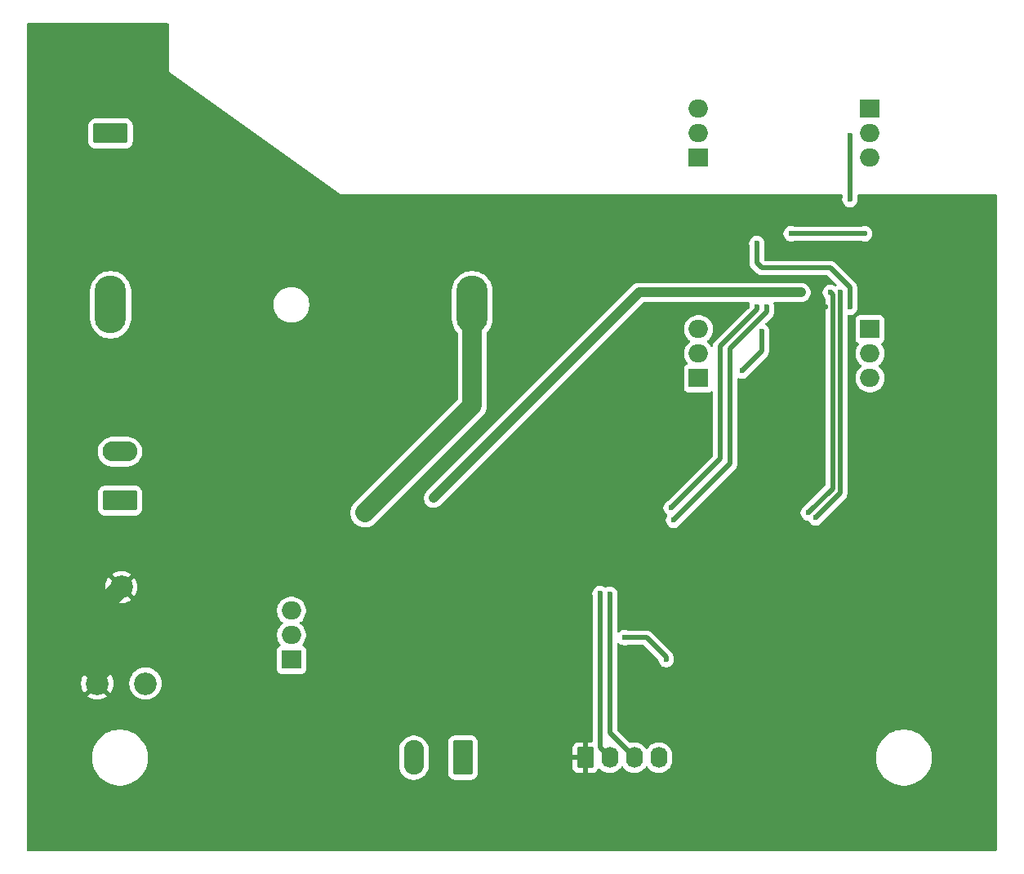
<source format=gbr>
%TF.GenerationSoftware,KiCad,Pcbnew,9.0.3*%
%TF.CreationDate,2025-10-29T18:14:43+01:00*%
%TF.ProjectId,DC_Motor,44435f4d-6f74-46f7-922e-6b696361645f,R.Casas*%
%TF.SameCoordinates,Original*%
%TF.FileFunction,Copper,L2,Bot*%
%TF.FilePolarity,Positive*%
%FSLAX46Y46*%
G04 Gerber Fmt 4.6, Leading zero omitted, Abs format (unit mm)*
G04 Created by KiCad (PCBNEW 9.0.3) date 2025-10-29 18:14:43*
%MOMM*%
%LPD*%
G01*
G04 APERTURE LIST*
G04 Aperture macros list*
%AMRoundRect*
0 Rectangle with rounded corners*
0 $1 Rounding radius*
0 $2 $3 $4 $5 $6 $7 $8 $9 X,Y pos of 4 corners*
0 Add a 4 corners polygon primitive as box body*
4,1,4,$2,$3,$4,$5,$6,$7,$8,$9,$2,$3,0*
0 Add four circle primitives for the rounded corners*
1,1,$1+$1,$2,$3*
1,1,$1+$1,$4,$5*
1,1,$1+$1,$6,$7*
1,1,$1+$1,$8,$9*
0 Add four rect primitives between the rounded corners*
20,1,$1+$1,$2,$3,$4,$5,0*
20,1,$1+$1,$4,$5,$6,$7,0*
20,1,$1+$1,$6,$7,$8,$9,0*
20,1,$1+$1,$8,$9,$2,$3,0*%
G04 Aperture macros list end*
%TA.AperFunction,ComponentPad*%
%ADD10RoundRect,0.249999X1.550001X-0.790001X1.550001X0.790001X-1.550001X0.790001X-1.550001X-0.790001X0*%
%TD*%
%TA.AperFunction,ComponentPad*%
%ADD11O,3.600000X2.080000*%
%TD*%
%TA.AperFunction,ComponentPad*%
%ADD12RoundRect,0.250000X-0.620000X-0.845000X0.620000X-0.845000X0.620000X0.845000X-0.620000X0.845000X0*%
%TD*%
%TA.AperFunction,ComponentPad*%
%ADD13O,1.740000X2.190000*%
%TD*%
%TA.AperFunction,ComponentPad*%
%ADD14R,2.000000X1.905000*%
%TD*%
%TA.AperFunction,ComponentPad*%
%ADD15O,2.000000X1.905000*%
%TD*%
%TA.AperFunction,ComponentPad*%
%ADD16O,3.250000X6.000000*%
%TD*%
%TA.AperFunction,ComponentPad*%
%ADD17C,2.340000*%
%TD*%
%TA.AperFunction,ComponentPad*%
%ADD18RoundRect,0.249999X0.790001X1.550001X-0.790001X1.550001X-0.790001X-1.550001X0.790001X-1.550001X0*%
%TD*%
%TA.AperFunction,ComponentPad*%
%ADD19O,2.080000X3.600000*%
%TD*%
%TA.AperFunction,ViaPad*%
%ADD20C,0.600000*%
%TD*%
%TA.AperFunction,ViaPad*%
%ADD21C,0.800000*%
%TD*%
%TA.AperFunction,Conductor*%
%ADD22C,2.000000*%
%TD*%
%TA.AperFunction,Conductor*%
%ADD23C,1.000000*%
%TD*%
%TA.AperFunction,Conductor*%
%ADD24C,0.500000*%
%TD*%
G04 APERTURE END LIST*
D10*
%TO.P,J101,1,Pin_1*%
%TO.N,L1*%
X90970000Y-96990000D03*
D11*
%TO.P,J101,2,Pin_2*%
%TO.N,L2*%
X90970000Y-91910000D03*
%TD*%
D12*
%TO.P,J102,1,Pin_1*%
%TO.N,GNDREF*%
X139230000Y-123660000D03*
D13*
%TO.P,J102,2,Pin_2*%
%TO.N,SYS_SWCLK*%
X141770000Y-123660000D03*
%TO.P,J102,3,Pin_3*%
%TO.N,SYS_SWDIO*%
X144310000Y-123660000D03*
%TO.P,J102,4,Pin_4*%
%TO.N,+3V3*%
X146850000Y-123660000D03*
%TD*%
D14*
%TO.P,U102,1,ADJ*%
%TO.N,Net-(D103-A)*%
X108750000Y-113500000D03*
D15*
%TO.P,U102,2,VO*%
%TO.N,+3V3*%
X108750000Y-110960000D03*
%TO.P,U102,3,VI*%
%TO.N,+24V*%
X108750000Y-108420000D03*
%TD*%
D16*
%TO.P,F101,1*%
%TO.N,VDD*%
X90000000Y-76670000D03*
%TO.P,F101,2*%
%TO.N,VDD_P*%
X127500000Y-76670000D03*
%TD*%
D14*
%TO.P,Q104,1,G*%
%TO.N,G3*%
X150960000Y-61430000D03*
D15*
%TO.P,Q104,2,D*%
%TO.N,L1*%
X150960000Y-58890000D03*
%TO.P,Q104,3,S*%
%TO.N,GNDREF*%
X150960000Y-56350000D03*
%TD*%
D14*
%TO.P,Q102,1,G*%
%TO.N,G4*%
X168740000Y-56350000D03*
D15*
%TO.P,Q102,2,D*%
%TO.N,L2*%
X168740000Y-58890000D03*
%TO.P,Q102,3,S*%
%TO.N,GNDREF*%
X168740000Y-61430000D03*
%TD*%
D14*
%TO.P,Q101,1,G*%
%TO.N,G2*%
X168740000Y-79210000D03*
D15*
%TO.P,Q101,2,D*%
%TO.N,VDD_P*%
X168740000Y-81750000D03*
%TO.P,Q101,3,S*%
%TO.N,L2*%
X168740000Y-84290000D03*
%TD*%
D17*
%TO.P,RV101,1,1*%
%TO.N,Net-(D103-A)*%
X93620000Y-115960000D03*
%TO.P,RV101,2,2*%
%TO.N,GNDREF*%
X91120000Y-105960000D03*
%TO.P,RV101,3,3*%
X88620000Y-115960000D03*
%TD*%
D14*
%TO.P,Q103,1,G*%
%TO.N,G1*%
X150960000Y-84290000D03*
D15*
%TO.P,Q103,2,D*%
%TO.N,VDD_P*%
X150960000Y-81750000D03*
%TO.P,Q103,3,S*%
%TO.N,L1*%
X150960000Y-79210000D03*
%TD*%
D10*
%TO.P,J103,1,Pin_1*%
%TO.N,VDD*%
X90000000Y-58890000D03*
D11*
%TO.P,J103,2,Pin_2*%
%TO.N,GNDREF*%
X90000000Y-53810000D03*
%TD*%
D18*
%TO.P,J104,1,Pin_1*%
%TO.N,USART1_RX*%
X126530000Y-123660000D03*
D19*
%TO.P,J104,2,Pin_2*%
%TO.N,USART1_TX*%
X121450000Y-123660000D03*
%TD*%
D20*
%TO.N,GNDREF*%
X166662000Y-71336000D03*
X142786000Y-117564000D03*
X158534000Y-71336000D03*
X118910000Y-116548000D03*
X155994000Y-76924000D03*
X127800000Y-114770000D03*
X162090000Y-76924000D03*
X145326000Y-117559475D03*
X137960000Y-111717475D03*
X153962000Y-76924000D03*
X149898000Y-105875475D03*
X164122000Y-76924000D03*
X123990000Y-104356000D03*
X125006000Y-104356000D03*
X133896000Y-112225475D03*
X122974000Y-104356000D03*
D21*
%TO.N,+24V*%
X161582000Y-75400000D03*
X123482000Y-96736000D03*
X151930000Y-75400000D03*
D20*
%TO.N,Net-(U101-NRST)*%
X143294000Y-111209475D03*
X147612000Y-113495475D03*
D21*
%TO.N,VDD_P*%
X116370000Y-98260000D03*
D20*
%TO.N,L2*%
X168186000Y-69304000D03*
X160566000Y-69304000D03*
%TO.N,SYS_SWCLK*%
X140754000Y-106642000D03*
%TO.N,SYS_SWDIO*%
X141770000Y-106692800D03*
%TO.N,Net-(U103-HO)*%
X155486000Y-83528000D03*
X157518000Y-79464000D03*
%TO.N,Net-(U103-LO)*%
X166662000Y-59144000D03*
X166662000Y-65748000D03*
%TO.N,Net-(U104-HO)*%
X166662000Y-76924000D03*
X157010000Y-70320000D03*
%TO.N,LIN1*%
X165646000Y-75400000D03*
X163106000Y-98768000D03*
%TO.N,LIN2*%
X148374000Y-99022000D03*
X158026000Y-76924000D03*
%TO.N,HIN1*%
X162344000Y-98260000D03*
X164630000Y-75400000D03*
%TO.N,HIN2*%
X157010000Y-76924000D03*
X148120000Y-97752000D03*
%TD*%
D22*
%TO.N,GNDREF*%
X88620000Y-108460000D02*
X91120000Y-105960000D01*
X88620000Y-115960000D02*
X88620000Y-108460000D01*
D23*
%TO.N,+24V*%
X151930000Y-75400000D02*
X161582000Y-75400000D01*
X144818000Y-75400000D02*
X151930000Y-75400000D01*
X123482000Y-96736000D02*
X144818000Y-75400000D01*
D24*
%TO.N,Net-(U101-NRST)*%
X147612000Y-113241475D02*
X145580000Y-111209475D01*
X147612000Y-113495475D02*
X147612000Y-113241475D01*
X145580000Y-111209475D02*
X143294000Y-111209475D01*
D22*
%TO.N,VDD_P*%
X127500000Y-87130000D02*
X127500000Y-76670000D01*
X116370000Y-98260000D02*
X127500000Y-87130000D01*
D24*
%TO.N,L2*%
X160566000Y-69304000D02*
X168186000Y-69304000D01*
%TO.N,SYS_SWCLK*%
X140754000Y-122644000D02*
X140754000Y-106642000D01*
X141770000Y-123660000D02*
X140754000Y-122644000D01*
%TO.N,SYS_SWDIO*%
X141770000Y-106743600D02*
X141770000Y-106692800D01*
X141770000Y-121120000D02*
X141770000Y-106743600D01*
X144310000Y-123660000D02*
X141770000Y-121120000D01*
%TO.N,Net-(U103-HO)*%
X157518000Y-79464000D02*
X157518000Y-81496000D01*
X157518000Y-81496000D02*
X155486000Y-83528000D01*
%TO.N,Net-(U103-LO)*%
X166662000Y-65748000D02*
X166662000Y-59144000D01*
%TO.N,Net-(U104-HO)*%
X164630000Y-72860000D02*
X166662000Y-74892000D01*
X166662000Y-76924000D02*
X166662000Y-74892000D01*
X157518000Y-72860000D02*
X164630000Y-72860000D01*
X157010000Y-72352000D02*
X157518000Y-72860000D01*
X157010000Y-70320000D02*
X157010000Y-72352000D01*
%TO.N,LIN1*%
X165646000Y-96228000D02*
X163106000Y-98768000D01*
X165646000Y-75400000D02*
X165646000Y-96228000D01*
%TO.N,LIN2*%
X148374000Y-99022000D02*
X154216000Y-93180000D01*
X154216000Y-81220000D02*
X158026000Y-77410000D01*
X158026000Y-77410000D02*
X158026000Y-76924000D01*
X154216000Y-93180000D02*
X154216000Y-81220000D01*
%TO.N,HIN1*%
X164873000Y-95731000D02*
X162344000Y-98260000D01*
X164873000Y-75643000D02*
X164873000Y-95731000D01*
X164630000Y-75400000D02*
X164873000Y-75643000D01*
%TO.N,HIN2*%
X157010000Y-77178000D02*
X153200000Y-80988000D01*
X153200000Y-80988000D02*
X153200000Y-92672000D01*
X157010000Y-76924000D02*
X157010000Y-77178000D01*
X153200000Y-92672000D02*
X148120000Y-97752000D01*
%TD*%
%TA.AperFunction,Conductor*%
%TO.N,GNDREF*%
G36*
X95993039Y-47479685D02*
G01*
X96038794Y-47532489D01*
X96050000Y-47584000D01*
X96050000Y-52540000D01*
X113830000Y-65240000D01*
X165787500Y-65240000D01*
X165796185Y-65242550D01*
X165805147Y-65241262D01*
X165829187Y-65252240D01*
X165854539Y-65259685D01*
X165860466Y-65266525D01*
X165868703Y-65270287D01*
X165882992Y-65292521D01*
X165900294Y-65312489D01*
X165902581Y-65323003D01*
X165906477Y-65329065D01*
X165911500Y-65364000D01*
X165911500Y-65443396D01*
X165902062Y-65490844D01*
X165892263Y-65514503D01*
X165892262Y-65514506D01*
X165892260Y-65514511D01*
X165861500Y-65669153D01*
X165861500Y-65826846D01*
X165892261Y-65981489D01*
X165892264Y-65981501D01*
X165952602Y-66127172D01*
X165952609Y-66127185D01*
X166040210Y-66258288D01*
X166040213Y-66258292D01*
X166151707Y-66369786D01*
X166151711Y-66369789D01*
X166282814Y-66457390D01*
X166282827Y-66457397D01*
X166428498Y-66517735D01*
X166428503Y-66517737D01*
X166583153Y-66548499D01*
X166583156Y-66548500D01*
X166583158Y-66548500D01*
X166740844Y-66548500D01*
X166740845Y-66548499D01*
X166895497Y-66517737D01*
X167041179Y-66457394D01*
X167172289Y-66369789D01*
X167283789Y-66258289D01*
X167371394Y-66127179D01*
X167431737Y-65981497D01*
X167462500Y-65826842D01*
X167462500Y-65669158D01*
X167462500Y-65669155D01*
X167462499Y-65669153D01*
X167431739Y-65514511D01*
X167431738Y-65514508D01*
X167431737Y-65514503D01*
X167421937Y-65490844D01*
X167420311Y-65482670D01*
X167417523Y-65478331D01*
X167412500Y-65443396D01*
X167412500Y-65364000D01*
X167432185Y-65296961D01*
X167484989Y-65251206D01*
X167536500Y-65240000D01*
X181785500Y-65240000D01*
X181852539Y-65259685D01*
X181898294Y-65312489D01*
X181909500Y-65364000D01*
X181909500Y-133195500D01*
X181889815Y-133262539D01*
X181837011Y-133308294D01*
X181785500Y-133319500D01*
X81434500Y-133319500D01*
X81367461Y-133299815D01*
X81321706Y-133247011D01*
X81310500Y-133195500D01*
X81310500Y-123497106D01*
X88069500Y-123497106D01*
X88069500Y-123822893D01*
X88105974Y-124146604D01*
X88105976Y-124146620D01*
X88178467Y-124464226D01*
X88178471Y-124464238D01*
X88286066Y-124771725D01*
X88427413Y-125065234D01*
X88427415Y-125065237D01*
X88600739Y-125341081D01*
X88803857Y-125595783D01*
X89034217Y-125826143D01*
X89288919Y-126029261D01*
X89564763Y-126202585D01*
X89858278Y-126343935D01*
X90089217Y-126424744D01*
X90165761Y-126451528D01*
X90165773Y-126451532D01*
X90483383Y-126524024D01*
X90807106Y-126560499D01*
X90807107Y-126560500D01*
X90807111Y-126560500D01*
X91132893Y-126560500D01*
X91132893Y-126560499D01*
X91456617Y-126524024D01*
X91774227Y-126451532D01*
X92081722Y-126343935D01*
X92375237Y-126202585D01*
X92651081Y-126029261D01*
X92905783Y-125826143D01*
X93136143Y-125595783D01*
X93339261Y-125341081D01*
X93512585Y-125065237D01*
X93653935Y-124771722D01*
X93761532Y-124464227D01*
X93834024Y-124146617D01*
X93870500Y-123822889D01*
X93870500Y-123497111D01*
X93834024Y-123173383D01*
X93761532Y-122855773D01*
X93734582Y-122778754D01*
X119909500Y-122778754D01*
X119909500Y-124541245D01*
X119947432Y-124780736D01*
X120022360Y-125011344D01*
X120022362Y-125011347D01*
X120129570Y-125221754D01*
X120132448Y-125227401D01*
X120274966Y-125423562D01*
X120274970Y-125423567D01*
X120446432Y-125595029D01*
X120446437Y-125595033D01*
X120561537Y-125678657D01*
X120642602Y-125737554D01*
X120816467Y-125826143D01*
X120858655Y-125847639D01*
X120973959Y-125885103D01*
X121089265Y-125922568D01*
X121200186Y-125940136D01*
X121328755Y-125960500D01*
X121328760Y-125960500D01*
X121571245Y-125960500D01*
X121687347Y-125942110D01*
X121810735Y-125922568D01*
X122041347Y-125847638D01*
X122257398Y-125737554D01*
X122453569Y-125595028D01*
X122625028Y-125423569D01*
X122767554Y-125227398D01*
X122877638Y-125011347D01*
X122952568Y-124780735D01*
X122972110Y-124657347D01*
X122990500Y-124541245D01*
X122990500Y-122778754D01*
X122968432Y-122639431D01*
X122952568Y-122539265D01*
X122903953Y-122389643D01*
X122877639Y-122308655D01*
X122877638Y-122308653D01*
X122767554Y-122092602D01*
X122767553Y-122092600D01*
X122743855Y-122059982D01*
X124989500Y-122059982D01*
X124989500Y-125260017D01*
X125000000Y-125362796D01*
X125055185Y-125529332D01*
X125055186Y-125529335D01*
X125147288Y-125678656D01*
X125271344Y-125802712D01*
X125420665Y-125894814D01*
X125587202Y-125949999D01*
X125689990Y-125960500D01*
X125689995Y-125960500D01*
X127370005Y-125960500D01*
X127370010Y-125960500D01*
X127472798Y-125949999D01*
X127639335Y-125894814D01*
X127788656Y-125802712D01*
X127912712Y-125678656D01*
X128004814Y-125529335D01*
X128059999Y-125362798D01*
X128070500Y-125260010D01*
X128070500Y-122765013D01*
X137860000Y-122765013D01*
X137860000Y-123410000D01*
X138687291Y-123410000D01*
X138675548Y-123430339D01*
X138635000Y-123581667D01*
X138635000Y-123738333D01*
X138675548Y-123889661D01*
X138687291Y-123910000D01*
X137860001Y-123910000D01*
X137860001Y-124554986D01*
X137870494Y-124657697D01*
X137925641Y-124824119D01*
X137925643Y-124824124D01*
X138017684Y-124973345D01*
X138141654Y-125097315D01*
X138290875Y-125189356D01*
X138290880Y-125189358D01*
X138457302Y-125244505D01*
X138457309Y-125244506D01*
X138560019Y-125254999D01*
X138979999Y-125254999D01*
X138980000Y-125254998D01*
X138980000Y-124202709D01*
X139000339Y-124214452D01*
X139151667Y-124255000D01*
X139308333Y-124255000D01*
X139459661Y-124214452D01*
X139480000Y-124202709D01*
X139480000Y-125254999D01*
X139899972Y-125254999D01*
X139899986Y-125254998D01*
X140002697Y-125244505D01*
X140169119Y-125189358D01*
X140169124Y-125189356D01*
X140318345Y-125097315D01*
X140442315Y-124973345D01*
X140534354Y-124824127D01*
X140534745Y-124823289D01*
X140535167Y-124822809D01*
X140538149Y-124817975D01*
X140538974Y-124818484D01*
X140580910Y-124770843D01*
X140648100Y-124751681D01*
X140714984Y-124771887D01*
X140734816Y-124787996D01*
X140877179Y-124930359D01*
X141051701Y-125057157D01*
X141243911Y-125155092D01*
X141449074Y-125221754D01*
X141528973Y-125234408D01*
X141662134Y-125255500D01*
X141662139Y-125255500D01*
X141877866Y-125255500D01*
X141996230Y-125236752D01*
X142090926Y-125221754D01*
X142296089Y-125155092D01*
X142488299Y-125057157D01*
X142662821Y-124930359D01*
X142815359Y-124777821D01*
X142939682Y-124606704D01*
X142995012Y-124564040D01*
X143064626Y-124558061D01*
X143126420Y-124590667D01*
X143140315Y-124606702D01*
X143264641Y-124777821D01*
X143417179Y-124930359D01*
X143591701Y-125057157D01*
X143783911Y-125155092D01*
X143989074Y-125221754D01*
X144068973Y-125234408D01*
X144202134Y-125255500D01*
X144202139Y-125255500D01*
X144417866Y-125255500D01*
X144536230Y-125236752D01*
X144630926Y-125221754D01*
X144836089Y-125155092D01*
X145028299Y-125057157D01*
X145202821Y-124930359D01*
X145355359Y-124777821D01*
X145479682Y-124606704D01*
X145535012Y-124564040D01*
X145604626Y-124558061D01*
X145666420Y-124590667D01*
X145680315Y-124606702D01*
X145804641Y-124777821D01*
X145957179Y-124930359D01*
X146131701Y-125057157D01*
X146323911Y-125155092D01*
X146529074Y-125221754D01*
X146608973Y-125234408D01*
X146742134Y-125255500D01*
X146742139Y-125255500D01*
X146957866Y-125255500D01*
X147076230Y-125236752D01*
X147170926Y-125221754D01*
X147376089Y-125155092D01*
X147568299Y-125057157D01*
X147742821Y-124930359D01*
X147895359Y-124777821D01*
X148022157Y-124603299D01*
X148120092Y-124411089D01*
X148186754Y-124205926D01*
X148201752Y-124111230D01*
X148220500Y-123992866D01*
X148220500Y-123497106D01*
X169349500Y-123497106D01*
X169349500Y-123822893D01*
X169385974Y-124146604D01*
X169385976Y-124146620D01*
X169458467Y-124464226D01*
X169458471Y-124464238D01*
X169566066Y-124771725D01*
X169707413Y-125065234D01*
X169707415Y-125065237D01*
X169880739Y-125341081D01*
X170083857Y-125595783D01*
X170314217Y-125826143D01*
X170568919Y-126029261D01*
X170844763Y-126202585D01*
X171138278Y-126343935D01*
X171369217Y-126424744D01*
X171445761Y-126451528D01*
X171445773Y-126451532D01*
X171763383Y-126524024D01*
X172087106Y-126560499D01*
X172087107Y-126560500D01*
X172087111Y-126560500D01*
X172412893Y-126560500D01*
X172412893Y-126560499D01*
X172736617Y-126524024D01*
X173054227Y-126451532D01*
X173361722Y-126343935D01*
X173655237Y-126202585D01*
X173931081Y-126029261D01*
X174185783Y-125826143D01*
X174416143Y-125595783D01*
X174619261Y-125341081D01*
X174792585Y-125065237D01*
X174933935Y-124771722D01*
X175041532Y-124464227D01*
X175114024Y-124146617D01*
X175150500Y-123822889D01*
X175150500Y-123497111D01*
X175114024Y-123173383D01*
X175041532Y-122855773D01*
X174933935Y-122548278D01*
X174792585Y-122254763D01*
X174619261Y-121978919D01*
X174416143Y-121724217D01*
X174185783Y-121493857D01*
X173931081Y-121290739D01*
X173655237Y-121117415D01*
X173655234Y-121117413D01*
X173361725Y-120976066D01*
X173054238Y-120868471D01*
X173054226Y-120868467D01*
X172736620Y-120795976D01*
X172736604Y-120795974D01*
X172412893Y-120759500D01*
X172412889Y-120759500D01*
X172087111Y-120759500D01*
X172087107Y-120759500D01*
X171763395Y-120795974D01*
X171763379Y-120795976D01*
X171445773Y-120868467D01*
X171445761Y-120868471D01*
X171138274Y-120976066D01*
X170844765Y-121117413D01*
X170568920Y-121290738D01*
X170314217Y-121493856D01*
X170083856Y-121724217D01*
X169880738Y-121978920D01*
X169707413Y-122254765D01*
X169566066Y-122548274D01*
X169458471Y-122855761D01*
X169458467Y-122855773D01*
X169385976Y-123173379D01*
X169385974Y-123173395D01*
X169349500Y-123497106D01*
X148220500Y-123497106D01*
X148220500Y-123327133D01*
X148196149Y-123173395D01*
X148186754Y-123114074D01*
X148120092Y-122908911D01*
X148022157Y-122716701D01*
X147895359Y-122542179D01*
X147742821Y-122389641D01*
X147568299Y-122262843D01*
X147376089Y-122164908D01*
X147170926Y-122098246D01*
X147170924Y-122098245D01*
X147170922Y-122098245D01*
X146957866Y-122064500D01*
X146957861Y-122064500D01*
X146742139Y-122064500D01*
X146742134Y-122064500D01*
X146529077Y-122098245D01*
X146323908Y-122164909D01*
X146131700Y-122262843D01*
X146068649Y-122308653D01*
X145957179Y-122389641D01*
X145957177Y-122389643D01*
X145957176Y-122389643D01*
X145804643Y-122542176D01*
X145804643Y-122542177D01*
X145804641Y-122542179D01*
X145800213Y-122548274D01*
X145680318Y-122713294D01*
X145624988Y-122755959D01*
X145555374Y-122761938D01*
X145493579Y-122729332D01*
X145479682Y-122713294D01*
X145442639Y-122662309D01*
X145355359Y-122542179D01*
X145202821Y-122389641D01*
X145028299Y-122262843D01*
X144836089Y-122164908D01*
X144630926Y-122098246D01*
X144630924Y-122098245D01*
X144630922Y-122098245D01*
X144417866Y-122064500D01*
X144417861Y-122064500D01*
X144202139Y-122064500D01*
X144202134Y-122064500D01*
X143989074Y-122098245D01*
X143925889Y-122118775D01*
X143856048Y-122120769D01*
X143799892Y-122088524D01*
X142556819Y-120845451D01*
X142523334Y-120784128D01*
X142520500Y-120757770D01*
X142520500Y-111867416D01*
X142540185Y-111800377D01*
X142592989Y-111754622D01*
X142662147Y-111744678D01*
X142725703Y-111773703D01*
X142732181Y-111779735D01*
X142783707Y-111831261D01*
X142783711Y-111831264D01*
X142914814Y-111918865D01*
X142914827Y-111918872D01*
X143014060Y-111959975D01*
X143060503Y-111979212D01*
X143215153Y-112009974D01*
X143215156Y-112009975D01*
X143215158Y-112009975D01*
X143372844Y-112009975D01*
X143372845Y-112009974D01*
X143449152Y-111994795D01*
X143527488Y-111979214D01*
X143527489Y-111979213D01*
X143527497Y-111979212D01*
X143551155Y-111969412D01*
X143598604Y-111959975D01*
X145217770Y-111959975D01*
X145284809Y-111979660D01*
X145305451Y-111996294D01*
X146775181Y-113466024D01*
X146808666Y-113527347D01*
X146811500Y-113553705D01*
X146811500Y-113574321D01*
X146842261Y-113728964D01*
X146842264Y-113728976D01*
X146902602Y-113874647D01*
X146902609Y-113874660D01*
X146990210Y-114005763D01*
X146990213Y-114005767D01*
X147101707Y-114117261D01*
X147101711Y-114117264D01*
X147232814Y-114204865D01*
X147232827Y-114204872D01*
X147378498Y-114265210D01*
X147378503Y-114265212D01*
X147503120Y-114290000D01*
X147533153Y-114295974D01*
X147533156Y-114295975D01*
X147533158Y-114295975D01*
X147690844Y-114295975D01*
X147690845Y-114295974D01*
X147845497Y-114265212D01*
X147991179Y-114204869D01*
X148122289Y-114117264D01*
X148233789Y-114005764D01*
X148321394Y-113874654D01*
X148381737Y-113728972D01*
X148412500Y-113574317D01*
X148412500Y-113416633D01*
X148412500Y-113416630D01*
X148412499Y-113416628D01*
X148381739Y-113261986D01*
X148381738Y-113261983D01*
X148381737Y-113261978D01*
X148371937Y-113238319D01*
X148362500Y-113190871D01*
X148362500Y-113167554D01*
X148333659Y-113022567D01*
X148333658Y-113022566D01*
X148333658Y-113022562D01*
X148277084Y-112885980D01*
X148210334Y-112786081D01*
X148194952Y-112763059D01*
X147151657Y-111719764D01*
X146058421Y-110626527D01*
X146058414Y-110626521D01*
X145984729Y-110577287D01*
X145984729Y-110577288D01*
X145935491Y-110544388D01*
X145798917Y-110487818D01*
X145798907Y-110487815D01*
X145653920Y-110458975D01*
X145653918Y-110458975D01*
X143598604Y-110458975D01*
X143551155Y-110449537D01*
X143527497Y-110439738D01*
X143527493Y-110439737D01*
X143527488Y-110439735D01*
X143372845Y-110408975D01*
X143372842Y-110408975D01*
X143215158Y-110408975D01*
X143215155Y-110408975D01*
X143060510Y-110439736D01*
X143060498Y-110439739D01*
X142914827Y-110500077D01*
X142914814Y-110500084D01*
X142783711Y-110587685D01*
X142783707Y-110587688D01*
X142732181Y-110639215D01*
X142670858Y-110672700D01*
X142601166Y-110667716D01*
X142545233Y-110625844D01*
X142520816Y-110560380D01*
X142520500Y-110551534D01*
X142520500Y-106997404D01*
X142529939Y-106949951D01*
X142539737Y-106926297D01*
X142570500Y-106771642D01*
X142570500Y-106613958D01*
X142570500Y-106613955D01*
X142570499Y-106613953D01*
X142554997Y-106536022D01*
X142539737Y-106459303D01*
X142504549Y-106374351D01*
X142479397Y-106313627D01*
X142479390Y-106313614D01*
X142391789Y-106182511D01*
X142391786Y-106182507D01*
X142280292Y-106071013D01*
X142280288Y-106071010D01*
X142149185Y-105983409D01*
X142149172Y-105983402D01*
X142003501Y-105923064D01*
X142003489Y-105923061D01*
X141848845Y-105892300D01*
X141848842Y-105892300D01*
X141691158Y-105892300D01*
X141691155Y-105892300D01*
X141536510Y-105923061D01*
X141536498Y-105923064D01*
X141390828Y-105983402D01*
X141390816Y-105983409D01*
X141368900Y-105998052D01*
X141302222Y-106018927D01*
X141234842Y-106000440D01*
X141231122Y-105998049D01*
X141133185Y-105932609D01*
X141133172Y-105932602D01*
X140987501Y-105872264D01*
X140987489Y-105872261D01*
X140832845Y-105841500D01*
X140832842Y-105841500D01*
X140675158Y-105841500D01*
X140675155Y-105841500D01*
X140520510Y-105872261D01*
X140520498Y-105872264D01*
X140374827Y-105932602D01*
X140374814Y-105932609D01*
X140243711Y-106020210D01*
X140243707Y-106020213D01*
X140132213Y-106131707D01*
X140132210Y-106131711D01*
X140044609Y-106262814D01*
X140044602Y-106262827D01*
X139984264Y-106408498D01*
X139984261Y-106408510D01*
X139953500Y-106563153D01*
X139953500Y-106720846D01*
X139984261Y-106875489D01*
X139984263Y-106875497D01*
X139994061Y-106899151D01*
X140003500Y-106946604D01*
X140003500Y-121941000D01*
X139983815Y-122008039D01*
X139931011Y-122053794D01*
X139879500Y-122065000D01*
X139480000Y-122065000D01*
X139480000Y-123117290D01*
X139459661Y-123105548D01*
X139308333Y-123065000D01*
X139151667Y-123065000D01*
X139000339Y-123105548D01*
X138980000Y-123117290D01*
X138980000Y-122065000D01*
X138560028Y-122065000D01*
X138560012Y-122065001D01*
X138457302Y-122075494D01*
X138290880Y-122130641D01*
X138290875Y-122130643D01*
X138141654Y-122222684D01*
X138017684Y-122346654D01*
X137925643Y-122495875D01*
X137925641Y-122495880D01*
X137870494Y-122662302D01*
X137870493Y-122662309D01*
X137860000Y-122765013D01*
X128070500Y-122765013D01*
X128070500Y-122059990D01*
X128059999Y-121957202D01*
X128004814Y-121790665D01*
X127912712Y-121641344D01*
X127788656Y-121517288D01*
X127639335Y-121425186D01*
X127472798Y-121370001D01*
X127472796Y-121370000D01*
X127370017Y-121359500D01*
X127370010Y-121359500D01*
X125689990Y-121359500D01*
X125689982Y-121359500D01*
X125587203Y-121370000D01*
X125587202Y-121370001D01*
X125504669Y-121397349D01*
X125420667Y-121425185D01*
X125420662Y-121425187D01*
X125271342Y-121517289D01*
X125147289Y-121641342D01*
X125055187Y-121790662D01*
X125055186Y-121790665D01*
X125000001Y-121957202D01*
X125000001Y-121957203D01*
X125000000Y-121957203D01*
X124989500Y-122059982D01*
X122743855Y-122059982D01*
X122625033Y-121896437D01*
X122625029Y-121896432D01*
X122453567Y-121724970D01*
X122453562Y-121724966D01*
X122257401Y-121582448D01*
X122257400Y-121582447D01*
X122257398Y-121582446D01*
X122129519Y-121517288D01*
X122041344Y-121472360D01*
X121810736Y-121397432D01*
X121571245Y-121359500D01*
X121571240Y-121359500D01*
X121328760Y-121359500D01*
X121328755Y-121359500D01*
X121089263Y-121397432D01*
X120858655Y-121472360D01*
X120642598Y-121582448D01*
X120446437Y-121724966D01*
X120446432Y-121724970D01*
X120274970Y-121896432D01*
X120274966Y-121896437D01*
X120132448Y-122092598D01*
X120022360Y-122308655D01*
X119947432Y-122539263D01*
X119909500Y-122778754D01*
X93734582Y-122778754D01*
X93717288Y-122729332D01*
X93693836Y-122662309D01*
X93653935Y-122548278D01*
X93512585Y-122254763D01*
X93339261Y-121978919D01*
X93136143Y-121724217D01*
X92905783Y-121493857D01*
X92651081Y-121290739D01*
X92375237Y-121117415D01*
X92375234Y-121117413D01*
X92081725Y-120976066D01*
X91774238Y-120868471D01*
X91774226Y-120868467D01*
X91456620Y-120795976D01*
X91456604Y-120795974D01*
X91132893Y-120759500D01*
X91132889Y-120759500D01*
X90807111Y-120759500D01*
X90807107Y-120759500D01*
X90483395Y-120795974D01*
X90483379Y-120795976D01*
X90165773Y-120868467D01*
X90165761Y-120868471D01*
X89858274Y-120976066D01*
X89564765Y-121117413D01*
X89288920Y-121290738D01*
X89034217Y-121493856D01*
X88803856Y-121724217D01*
X88600738Y-121978920D01*
X88427413Y-122254765D01*
X88286066Y-122548274D01*
X88178471Y-122855761D01*
X88178467Y-122855773D01*
X88105976Y-123173379D01*
X88105974Y-123173395D01*
X88069500Y-123497106D01*
X81310500Y-123497106D01*
X81310500Y-115850548D01*
X86950000Y-115850548D01*
X86950000Y-116069451D01*
X86950001Y-116069467D01*
X86978573Y-116286496D01*
X87035234Y-116497956D01*
X87119004Y-116700198D01*
X87119012Y-116700214D01*
X87228460Y-116889782D01*
X87228466Y-116889790D01*
X87275438Y-116951007D01*
X88018958Y-116207487D01*
X88043978Y-116267890D01*
X88115112Y-116374351D01*
X88205649Y-116464888D01*
X88312110Y-116536022D01*
X88372511Y-116561041D01*
X87628991Y-117304560D01*
X87628991Y-117304561D01*
X87690200Y-117351527D01*
X87690208Y-117351532D01*
X87879792Y-117460990D01*
X87879801Y-117460995D01*
X88082043Y-117544765D01*
X88293503Y-117601426D01*
X88510532Y-117629998D01*
X88510549Y-117630000D01*
X88729451Y-117630000D01*
X88729467Y-117629998D01*
X88946496Y-117601426D01*
X89157956Y-117544765D01*
X89360198Y-117460995D01*
X89360214Y-117460987D01*
X89549785Y-117351537D01*
X89549793Y-117351531D01*
X89611007Y-117304560D01*
X88867488Y-116561041D01*
X88927890Y-116536022D01*
X89034351Y-116464888D01*
X89124888Y-116374351D01*
X89196022Y-116267890D01*
X89221041Y-116207488D01*
X89964560Y-116951007D01*
X90011531Y-116889793D01*
X90011537Y-116889785D01*
X90120987Y-116700214D01*
X90120995Y-116700198D01*
X90204765Y-116497956D01*
X90261426Y-116286496D01*
X90289998Y-116069467D01*
X90290000Y-116069451D01*
X90290000Y-115850540D01*
X90289995Y-115850502D01*
X91949500Y-115850502D01*
X91949500Y-116069497D01*
X91960046Y-116149598D01*
X91978083Y-116286598D01*
X91978084Y-116286600D01*
X92034715Y-116497956D01*
X92034759Y-116498117D01*
X92118560Y-116700428D01*
X92118562Y-116700433D01*
X92118565Y-116700438D01*
X92228049Y-116890070D01*
X92361355Y-117063798D01*
X92361361Y-117063805D01*
X92516194Y-117218638D01*
X92516201Y-117218644D01*
X92689929Y-117351950D01*
X92879561Y-117461434D01*
X92879563Y-117461434D01*
X92879572Y-117461440D01*
X93081883Y-117545241D01*
X93293402Y-117601917D01*
X93510510Y-117630500D01*
X93510517Y-117630500D01*
X93729483Y-117630500D01*
X93729490Y-117630500D01*
X93946598Y-117601917D01*
X94158117Y-117545241D01*
X94360428Y-117461440D01*
X94550071Y-117351950D01*
X94723800Y-117218643D01*
X94878643Y-117063800D01*
X95011950Y-116890071D01*
X95121440Y-116700428D01*
X95205241Y-116498117D01*
X95261917Y-116286598D01*
X95290500Y-116069490D01*
X95290500Y-115850510D01*
X95261917Y-115633402D01*
X95205241Y-115421883D01*
X95121440Y-115219572D01*
X95011950Y-115029929D01*
X94952919Y-114952998D01*
X94878644Y-114856201D01*
X94878638Y-114856194D01*
X94723805Y-114701361D01*
X94723798Y-114701355D01*
X94550070Y-114568049D01*
X94360438Y-114458565D01*
X94360433Y-114458562D01*
X94360428Y-114458560D01*
X94158117Y-114374759D01*
X94158118Y-114374759D01*
X94158115Y-114374758D01*
X94052357Y-114346421D01*
X93946598Y-114318083D01*
X93910314Y-114313306D01*
X93729497Y-114289500D01*
X93729490Y-114289500D01*
X93510510Y-114289500D01*
X93510502Y-114289500D01*
X93303853Y-114316707D01*
X93293402Y-114318083D01*
X93248699Y-114330060D01*
X93081884Y-114374758D01*
X92963374Y-114423847D01*
X92879572Y-114458560D01*
X92879569Y-114458561D01*
X92879561Y-114458565D01*
X92689929Y-114568049D01*
X92516201Y-114701355D01*
X92516194Y-114701361D01*
X92361361Y-114856194D01*
X92361355Y-114856201D01*
X92228049Y-115029929D01*
X92118565Y-115219561D01*
X92118561Y-115219569D01*
X92118560Y-115219572D01*
X92083847Y-115303374D01*
X92034758Y-115421884D01*
X91978084Y-115633399D01*
X91978082Y-115633410D01*
X91949500Y-115850502D01*
X90289995Y-115850502D01*
X90261426Y-115633503D01*
X90204765Y-115422043D01*
X90120995Y-115219801D01*
X90120990Y-115219792D01*
X90011532Y-115030208D01*
X90011527Y-115030200D01*
X89964560Y-114968991D01*
X89221041Y-115712510D01*
X89196022Y-115652110D01*
X89124888Y-115545649D01*
X89034351Y-115455112D01*
X88927890Y-115383978D01*
X88867487Y-115358957D01*
X89611007Y-114615438D01*
X89611007Y-114615437D01*
X89549790Y-114568466D01*
X89549782Y-114568460D01*
X89360214Y-114459012D01*
X89360198Y-114459004D01*
X89157956Y-114375234D01*
X88946496Y-114318573D01*
X88729467Y-114290001D01*
X88729451Y-114290000D01*
X88510549Y-114290000D01*
X88510532Y-114290001D01*
X88293503Y-114318573D01*
X88082043Y-114375234D01*
X87879801Y-114459004D01*
X87879785Y-114459012D01*
X87690215Y-114568461D01*
X87690200Y-114568471D01*
X87628990Y-114615438D01*
X88372511Y-115358958D01*
X88312110Y-115383978D01*
X88205649Y-115455112D01*
X88115112Y-115545649D01*
X88043978Y-115652110D01*
X88018958Y-115712511D01*
X87275438Y-114968990D01*
X87228471Y-115030200D01*
X87228461Y-115030215D01*
X87119012Y-115219785D01*
X87119004Y-115219801D01*
X87035234Y-115422043D01*
X86978573Y-115633503D01*
X86950001Y-115850532D01*
X86950000Y-115850548D01*
X81310500Y-115850548D01*
X81310500Y-108305646D01*
X107249500Y-108305646D01*
X107249500Y-108534353D01*
X107285278Y-108760246D01*
X107285278Y-108760249D01*
X107355950Y-108977755D01*
X107355952Y-108977758D01*
X107459783Y-109181538D01*
X107594214Y-109366566D01*
X107755934Y-109528286D01*
X107825423Y-109578773D01*
X107840438Y-109589682D01*
X107883103Y-109645013D01*
X107889082Y-109714626D01*
X107856476Y-109776421D01*
X107840438Y-109790318D01*
X107755932Y-109851715D01*
X107594216Y-110013431D01*
X107594216Y-110013432D01*
X107594214Y-110013434D01*
X107536480Y-110092896D01*
X107459783Y-110198461D01*
X107355950Y-110402244D01*
X107285278Y-110619750D01*
X107285278Y-110619753D01*
X107249500Y-110845646D01*
X107249500Y-111074353D01*
X107285278Y-111300246D01*
X107285278Y-111300249D01*
X107355950Y-111517755D01*
X107355952Y-111517758D01*
X107459783Y-111721538D01*
X107592525Y-111904242D01*
X107616005Y-111970046D01*
X107600180Y-112038100D01*
X107550074Y-112086795D01*
X107535541Y-112093308D01*
X107507670Y-112103703D01*
X107507664Y-112103706D01*
X107392455Y-112189952D01*
X107392452Y-112189955D01*
X107306206Y-112305164D01*
X107306202Y-112305171D01*
X107255908Y-112440017D01*
X107249501Y-112499616D01*
X107249501Y-112499623D01*
X107249500Y-112499635D01*
X107249500Y-114500370D01*
X107249501Y-114500376D01*
X107255908Y-114559983D01*
X107306202Y-114694828D01*
X107306206Y-114694835D01*
X107392452Y-114810044D01*
X107392455Y-114810047D01*
X107507664Y-114896293D01*
X107507671Y-114896297D01*
X107642517Y-114946591D01*
X107642516Y-114946591D01*
X107649444Y-114947335D01*
X107702127Y-114953000D01*
X109797872Y-114952999D01*
X109857483Y-114946591D01*
X109992331Y-114896296D01*
X110107546Y-114810046D01*
X110193796Y-114694831D01*
X110244091Y-114559983D01*
X110250500Y-114500373D01*
X110250499Y-112499628D01*
X110244091Y-112440017D01*
X110193796Y-112305169D01*
X110193795Y-112305168D01*
X110193793Y-112305164D01*
X110107547Y-112189955D01*
X110107544Y-112189952D01*
X109992335Y-112103706D01*
X109992328Y-112103702D01*
X109964459Y-112093308D01*
X109908525Y-112051437D01*
X109884108Y-111985973D01*
X109898960Y-111917700D01*
X109907460Y-111904260D01*
X110040217Y-111721538D01*
X110144048Y-111517758D01*
X110214722Y-111300245D01*
X110250500Y-111074354D01*
X110250500Y-110845646D01*
X110214722Y-110619755D01*
X110214721Y-110619751D01*
X110214721Y-110619750D01*
X110144049Y-110402244D01*
X110040216Y-110198461D01*
X109905786Y-110013434D01*
X109744066Y-109851714D01*
X109659559Y-109790316D01*
X109616896Y-109734988D01*
X109610917Y-109665375D01*
X109643523Y-109603580D01*
X109659556Y-109589685D01*
X109744066Y-109528286D01*
X109905786Y-109366566D01*
X110040217Y-109181538D01*
X110144048Y-108977758D01*
X110214722Y-108760245D01*
X110250500Y-108534354D01*
X110250500Y-108305646D01*
X110214722Y-108079755D01*
X110214721Y-108079751D01*
X110214721Y-108079750D01*
X110144049Y-107862244D01*
X110040216Y-107658461D01*
X110019538Y-107630000D01*
X109905786Y-107473434D01*
X109744066Y-107311714D01*
X109559038Y-107177283D01*
X109355255Y-107073450D01*
X109137748Y-107002778D01*
X108948088Y-106972739D01*
X108911854Y-106967000D01*
X108588146Y-106967000D01*
X108551912Y-106972739D01*
X108362253Y-107002778D01*
X108362250Y-107002778D01*
X108144744Y-107073450D01*
X107940961Y-107177283D01*
X107835396Y-107253980D01*
X107755934Y-107311714D01*
X107755932Y-107311716D01*
X107755931Y-107311716D01*
X107594216Y-107473431D01*
X107594216Y-107473432D01*
X107594214Y-107473434D01*
X107542389Y-107544765D01*
X107459783Y-107658461D01*
X107355950Y-107862244D01*
X107285278Y-108079750D01*
X107285278Y-108079753D01*
X107249500Y-108305646D01*
X81310500Y-108305646D01*
X81310500Y-105850548D01*
X89450000Y-105850548D01*
X89450000Y-106069451D01*
X89450001Y-106069467D01*
X89478573Y-106286496D01*
X89535234Y-106497956D01*
X89619004Y-106700198D01*
X89619012Y-106700214D01*
X89728460Y-106889782D01*
X89728466Y-106889790D01*
X89775438Y-106951007D01*
X90518958Y-106207487D01*
X90543978Y-106267890D01*
X90615112Y-106374351D01*
X90705649Y-106464888D01*
X90812110Y-106536022D01*
X90872511Y-106561041D01*
X90128991Y-107304560D01*
X90128991Y-107304561D01*
X90190200Y-107351527D01*
X90190208Y-107351532D01*
X90379792Y-107460990D01*
X90379801Y-107460995D01*
X90582043Y-107544765D01*
X90793503Y-107601426D01*
X91010532Y-107629998D01*
X91010549Y-107630000D01*
X91229451Y-107630000D01*
X91229467Y-107629998D01*
X91446496Y-107601426D01*
X91657956Y-107544765D01*
X91860198Y-107460995D01*
X91860214Y-107460987D01*
X92049785Y-107351537D01*
X92049793Y-107351531D01*
X92111007Y-107304560D01*
X91367488Y-106561041D01*
X91427890Y-106536022D01*
X91534351Y-106464888D01*
X91624888Y-106374351D01*
X91696022Y-106267890D01*
X91721041Y-106207488D01*
X92464560Y-106951007D01*
X92511531Y-106889793D01*
X92511537Y-106889785D01*
X92620987Y-106700214D01*
X92620995Y-106700198D01*
X92704765Y-106497956D01*
X92761426Y-106286496D01*
X92789998Y-106069467D01*
X92790000Y-106069451D01*
X92790000Y-105850548D01*
X92789998Y-105850532D01*
X92761426Y-105633503D01*
X92704765Y-105422043D01*
X92620995Y-105219801D01*
X92620990Y-105219792D01*
X92511532Y-105030208D01*
X92511527Y-105030200D01*
X92464560Y-104968991D01*
X91721041Y-105712510D01*
X91696022Y-105652110D01*
X91624888Y-105545649D01*
X91534351Y-105455112D01*
X91427890Y-105383978D01*
X91367487Y-105358957D01*
X92111007Y-104615438D01*
X92111007Y-104615437D01*
X92049790Y-104568466D01*
X92049782Y-104568460D01*
X91860214Y-104459012D01*
X91860198Y-104459004D01*
X91657956Y-104375234D01*
X91446496Y-104318573D01*
X91229467Y-104290001D01*
X91229451Y-104290000D01*
X91010549Y-104290000D01*
X91010532Y-104290001D01*
X90793503Y-104318573D01*
X90582043Y-104375234D01*
X90379801Y-104459004D01*
X90379785Y-104459012D01*
X90190215Y-104568461D01*
X90190200Y-104568471D01*
X90128990Y-104615438D01*
X90872511Y-105358958D01*
X90812110Y-105383978D01*
X90705649Y-105455112D01*
X90615112Y-105545649D01*
X90543978Y-105652110D01*
X90518958Y-105712511D01*
X89775438Y-104968990D01*
X89728471Y-105030200D01*
X89728461Y-105030215D01*
X89619012Y-105219785D01*
X89619004Y-105219801D01*
X89535234Y-105422043D01*
X89478573Y-105633503D01*
X89450001Y-105850532D01*
X89450000Y-105850548D01*
X81310500Y-105850548D01*
X81310500Y-96149982D01*
X88669500Y-96149982D01*
X88669500Y-97830017D01*
X88680000Y-97932796D01*
X88735185Y-98099332D01*
X88735187Y-98099337D01*
X88761445Y-98141908D01*
X88827288Y-98248656D01*
X88951344Y-98372712D01*
X89100665Y-98464814D01*
X89267202Y-98519999D01*
X89369990Y-98530500D01*
X89369995Y-98530500D01*
X92570005Y-98530500D01*
X92570010Y-98530500D01*
X92672798Y-98519999D01*
X92839335Y-98464814D01*
X92988656Y-98372712D01*
X93112712Y-98248656D01*
X93178558Y-98141902D01*
X114869500Y-98141902D01*
X114869500Y-98378097D01*
X114906446Y-98611368D01*
X114979433Y-98835996D01*
X115047401Y-98969390D01*
X115086657Y-99046434D01*
X115225483Y-99237510D01*
X115392490Y-99404517D01*
X115583566Y-99543343D01*
X115632938Y-99568499D01*
X115794003Y-99650566D01*
X115794005Y-99650566D01*
X115794008Y-99650568D01*
X115914412Y-99689689D01*
X116018631Y-99723553D01*
X116251903Y-99760500D01*
X116251908Y-99760500D01*
X116488097Y-99760500D01*
X116721368Y-99723553D01*
X116945992Y-99650568D01*
X117156434Y-99543343D01*
X117347510Y-99404517D01*
X120114572Y-96637455D01*
X122481500Y-96637455D01*
X122481500Y-96834544D01*
X122519947Y-97027828D01*
X122519949Y-97027836D01*
X122595367Y-97209910D01*
X122595372Y-97209920D01*
X122704860Y-97373780D01*
X122704863Y-97373784D01*
X122844215Y-97513136D01*
X122844219Y-97513139D01*
X123008079Y-97622627D01*
X123008083Y-97622629D01*
X123008086Y-97622631D01*
X123190164Y-97698051D01*
X123383455Y-97736499D01*
X123383458Y-97736500D01*
X123383460Y-97736500D01*
X123580542Y-97736500D01*
X123580543Y-97736499D01*
X123773836Y-97698051D01*
X123955914Y-97622631D01*
X124119781Y-97513139D01*
X145196102Y-76436819D01*
X145257425Y-76403334D01*
X145283783Y-76400500D01*
X151831459Y-76400500D01*
X156174807Y-76400500D01*
X156241846Y-76420185D01*
X156287601Y-76472989D01*
X156297545Y-76542147D01*
X156289368Y-76571953D01*
X156240263Y-76690502D01*
X156240261Y-76690510D01*
X156209500Y-76845153D01*
X156209500Y-76865769D01*
X156189815Y-76932808D01*
X156173181Y-76953450D01*
X152617050Y-80509580D01*
X152617044Y-80509588D01*
X152567812Y-80583268D01*
X152567813Y-80583269D01*
X152534921Y-80632496D01*
X152534914Y-80632508D01*
X152478342Y-80769086D01*
X152478340Y-80769092D01*
X152450357Y-80909770D01*
X152417972Y-80971681D01*
X152357256Y-81006255D01*
X152287486Y-81002514D01*
X152230815Y-80961648D01*
X152228422Y-80958464D01*
X152115786Y-80803434D01*
X151954066Y-80641714D01*
X151869559Y-80580316D01*
X151826896Y-80524988D01*
X151820917Y-80455375D01*
X151853523Y-80393580D01*
X151869556Y-80379685D01*
X151954066Y-80318286D01*
X152115786Y-80156566D01*
X152250217Y-79971538D01*
X152354048Y-79767758D01*
X152365020Y-79733989D01*
X152424721Y-79550249D01*
X152424721Y-79550248D01*
X152424722Y-79550245D01*
X152460500Y-79324354D01*
X152460500Y-79095646D01*
X152424722Y-78869755D01*
X152424721Y-78869751D01*
X152424721Y-78869750D01*
X152354049Y-78652244D01*
X152286922Y-78520500D01*
X152250217Y-78448462D01*
X152115786Y-78263434D01*
X151954066Y-78101714D01*
X151769038Y-77967283D01*
X151565255Y-77863450D01*
X151347748Y-77792778D01*
X151162312Y-77763408D01*
X151121854Y-77757000D01*
X150798146Y-77757000D01*
X150722849Y-77768926D01*
X150572253Y-77792778D01*
X150572250Y-77792778D01*
X150354744Y-77863450D01*
X150150961Y-77967283D01*
X150085050Y-78015171D01*
X149965934Y-78101714D01*
X149965932Y-78101716D01*
X149965931Y-78101716D01*
X149804216Y-78263431D01*
X149804216Y-78263432D01*
X149804214Y-78263434D01*
X149753507Y-78333226D01*
X149669783Y-78448461D01*
X149565950Y-78652244D01*
X149495278Y-78869750D01*
X149495278Y-78869753D01*
X149459500Y-79095646D01*
X149459500Y-79324353D01*
X149495278Y-79550246D01*
X149495278Y-79550249D01*
X149565950Y-79767755D01*
X149637441Y-79908063D01*
X149669783Y-79971538D01*
X149804214Y-80156566D01*
X149965934Y-80318286D01*
X150035423Y-80368773D01*
X150050438Y-80379682D01*
X150093103Y-80435013D01*
X150099082Y-80504626D01*
X150066476Y-80566421D01*
X150050438Y-80580318D01*
X149965932Y-80641715D01*
X149804216Y-80803431D01*
X149804216Y-80803432D01*
X149804214Y-80803434D01*
X149802525Y-80805759D01*
X149669783Y-80988461D01*
X149565950Y-81192244D01*
X149495278Y-81409750D01*
X149495278Y-81409753D01*
X149459500Y-81635646D01*
X149459500Y-81864353D01*
X149495278Y-82090246D01*
X149495278Y-82090249D01*
X149565950Y-82307755D01*
X149565952Y-82307758D01*
X149669783Y-82511538D01*
X149802525Y-82694242D01*
X149826005Y-82760046D01*
X149810180Y-82828100D01*
X149760074Y-82876795D01*
X149745541Y-82883308D01*
X149717670Y-82893703D01*
X149717664Y-82893706D01*
X149602455Y-82979952D01*
X149602452Y-82979955D01*
X149516206Y-83095164D01*
X149516202Y-83095171D01*
X149465908Y-83230017D01*
X149459501Y-83289616D01*
X149459500Y-83289635D01*
X149459500Y-85290370D01*
X149459501Y-85290376D01*
X149465908Y-85349983D01*
X149516202Y-85484828D01*
X149516206Y-85484835D01*
X149602452Y-85600044D01*
X149602455Y-85600047D01*
X149717664Y-85686293D01*
X149717671Y-85686297D01*
X149852517Y-85736591D01*
X149852516Y-85736591D01*
X149859444Y-85737335D01*
X149912127Y-85743000D01*
X152007872Y-85742999D01*
X152067483Y-85736591D01*
X152202331Y-85686296D01*
X152251189Y-85649720D01*
X152316652Y-85625303D01*
X152384925Y-85640154D01*
X152434331Y-85689558D01*
X152449500Y-85748987D01*
X152449500Y-92309769D01*
X152429815Y-92376808D01*
X152413181Y-92397450D01*
X147804703Y-97005927D01*
X147764480Y-97032805D01*
X147740819Y-97042606D01*
X147740818Y-97042607D01*
X147609715Y-97130207D01*
X147609707Y-97130213D01*
X147498213Y-97241707D01*
X147498210Y-97241711D01*
X147410609Y-97372814D01*
X147410602Y-97372827D01*
X147350264Y-97518498D01*
X147350261Y-97518510D01*
X147319500Y-97673153D01*
X147319500Y-97830846D01*
X147350261Y-97985489D01*
X147350264Y-97985501D01*
X147410602Y-98131172D01*
X147410609Y-98131185D01*
X147498210Y-98262288D01*
X147498213Y-98262292D01*
X147609708Y-98373787D01*
X147609711Y-98373789D01*
X147668835Y-98413294D01*
X147713641Y-98466907D01*
X147722348Y-98536231D01*
X147703048Y-98585287D01*
X147664608Y-98642816D01*
X147664602Y-98642827D01*
X147604264Y-98788498D01*
X147604261Y-98788510D01*
X147573500Y-98943153D01*
X147573500Y-99100846D01*
X147604261Y-99255489D01*
X147604264Y-99255501D01*
X147664602Y-99401172D01*
X147664609Y-99401185D01*
X147752210Y-99532288D01*
X147752213Y-99532292D01*
X147863707Y-99643786D01*
X147863711Y-99643789D01*
X147994814Y-99731390D01*
X147994827Y-99731397D01*
X148140498Y-99791735D01*
X148140503Y-99791737D01*
X148295153Y-99822499D01*
X148295156Y-99822500D01*
X148295158Y-99822500D01*
X148452844Y-99822500D01*
X148452845Y-99822499D01*
X148607497Y-99791737D01*
X148753179Y-99731394D01*
X148884289Y-99643789D01*
X148995789Y-99532289D01*
X149083394Y-99401179D01*
X149093191Y-99377524D01*
X149120069Y-99337297D01*
X154798952Y-93658415D01*
X154826205Y-93617627D01*
X154881084Y-93535495D01*
X154932002Y-93412568D01*
X154932003Y-93412567D01*
X154933658Y-93408569D01*
X154937659Y-93398912D01*
X154960763Y-93282759D01*
X154966500Y-93253918D01*
X154966500Y-84364850D01*
X154986185Y-84297811D01*
X155038989Y-84252056D01*
X155108147Y-84242112D01*
X155137952Y-84250289D01*
X155142218Y-84252056D01*
X155252503Y-84297737D01*
X155407153Y-84328499D01*
X155407156Y-84328500D01*
X155407158Y-84328500D01*
X155564844Y-84328500D01*
X155564845Y-84328499D01*
X155719497Y-84297737D01*
X155865179Y-84237394D01*
X155996289Y-84149789D01*
X156107789Y-84038289D01*
X156195394Y-83907179D01*
X156205191Y-83883524D01*
X156232069Y-83843297D01*
X158100952Y-81974416D01*
X158150186Y-81900729D01*
X158183084Y-81851495D01*
X158239658Y-81714913D01*
X158268500Y-81569918D01*
X158268500Y-79768604D01*
X158277939Y-79721151D01*
X158287737Y-79697497D01*
X158318500Y-79542842D01*
X158318500Y-79385158D01*
X158318500Y-79385155D01*
X158318499Y-79385153D01*
X158287738Y-79230510D01*
X158287737Y-79230503D01*
X158231878Y-79095646D01*
X158227397Y-79084827D01*
X158227390Y-79084814D01*
X158139789Y-78953711D01*
X158139786Y-78953707D01*
X158028292Y-78842213D01*
X158028288Y-78842210D01*
X157930241Y-78776697D01*
X157885436Y-78723085D01*
X157876729Y-78653760D01*
X157906883Y-78590732D01*
X157911429Y-78585936D01*
X158608952Y-77888415D01*
X158672854Y-77792778D01*
X158691084Y-77765495D01*
X158711698Y-77715728D01*
X158720807Y-77693738D01*
X158728671Y-77674750D01*
X158747659Y-77628912D01*
X158764193Y-77545789D01*
X158771918Y-77506953D01*
X158771918Y-77506949D01*
X158775248Y-77490214D01*
X158776500Y-77483918D01*
X158776500Y-77228604D01*
X158785939Y-77181151D01*
X158795737Y-77157497D01*
X158826500Y-77002842D01*
X158826500Y-76845158D01*
X158826500Y-76845155D01*
X158826499Y-76845153D01*
X158795737Y-76690503D01*
X158746631Y-76571951D01*
X158739163Y-76502483D01*
X158770438Y-76440004D01*
X158830527Y-76404352D01*
X158861193Y-76400500D01*
X161680543Y-76400500D01*
X161810582Y-76374632D01*
X161873835Y-76362051D01*
X162055914Y-76286632D01*
X162219782Y-76177139D01*
X162359139Y-76037782D01*
X162468632Y-75873914D01*
X162478627Y-75849785D01*
X162544049Y-75691839D01*
X162544051Y-75691835D01*
X162582500Y-75498541D01*
X162582500Y-75301459D01*
X162582500Y-75301456D01*
X162544052Y-75108170D01*
X162544051Y-75108169D01*
X162544051Y-75108165D01*
X162507872Y-75020821D01*
X162468635Y-74926092D01*
X162468628Y-74926079D01*
X162359139Y-74762218D01*
X162359136Y-74762214D01*
X162219785Y-74622863D01*
X162219781Y-74622860D01*
X162055920Y-74513371D01*
X162055907Y-74513364D01*
X161873839Y-74437950D01*
X161873829Y-74437947D01*
X161680543Y-74399500D01*
X161680541Y-74399500D01*
X152028541Y-74399500D01*
X144922675Y-74399500D01*
X144922655Y-74399499D01*
X144916541Y-74399499D01*
X144719460Y-74399499D01*
X144719457Y-74399499D01*
X144526172Y-74437946D01*
X144526164Y-74437948D01*
X144344088Y-74513366D01*
X144344079Y-74513371D01*
X144180219Y-74622859D01*
X144180215Y-74622862D01*
X122704863Y-96098215D01*
X122704860Y-96098219D01*
X122595372Y-96262079D01*
X122595367Y-96262089D01*
X122519949Y-96444163D01*
X122519948Y-96444167D01*
X122481500Y-96637455D01*
X120114572Y-96637455D01*
X128644517Y-88107510D01*
X128783343Y-87916434D01*
X128890568Y-87705992D01*
X128963553Y-87481368D01*
X129000500Y-87248097D01*
X129000500Y-79601774D01*
X129020185Y-79534735D01*
X129036814Y-79514097D01*
X129101465Y-79449447D01*
X129271081Y-79228398D01*
X129410394Y-78987102D01*
X129517019Y-78729686D01*
X129589132Y-78460554D01*
X129625500Y-78184313D01*
X129625500Y-75155687D01*
X129589132Y-74879446D01*
X129517019Y-74610314D01*
X129410394Y-74352898D01*
X129410392Y-74352895D01*
X129410390Y-74352890D01*
X129271085Y-74111609D01*
X129271081Y-74111602D01*
X129101465Y-73890553D01*
X129101460Y-73890547D01*
X128904452Y-73693539D01*
X128904445Y-73693533D01*
X128683406Y-73523925D01*
X128683404Y-73523923D01*
X128683398Y-73523919D01*
X128683393Y-73523916D01*
X128683390Y-73523914D01*
X128442109Y-73384609D01*
X128442098Y-73384604D01*
X128184695Y-73277984D01*
X128184688Y-73277982D01*
X128184686Y-73277981D01*
X127915554Y-73205868D01*
X127915548Y-73205867D01*
X127915543Y-73205866D01*
X127639322Y-73169501D01*
X127639319Y-73169500D01*
X127639313Y-73169500D01*
X127360687Y-73169500D01*
X127360681Y-73169500D01*
X127360677Y-73169501D01*
X127084456Y-73205866D01*
X127084449Y-73205867D01*
X127084446Y-73205868D01*
X126815314Y-73277981D01*
X126815304Y-73277984D01*
X126557901Y-73384604D01*
X126557890Y-73384609D01*
X126316609Y-73523914D01*
X126316593Y-73523925D01*
X126095554Y-73693533D01*
X126095547Y-73693539D01*
X125898539Y-73890547D01*
X125898533Y-73890554D01*
X125728925Y-74111593D01*
X125728914Y-74111609D01*
X125589609Y-74352890D01*
X125589604Y-74352901D01*
X125482984Y-74610304D01*
X125482981Y-74610314D01*
X125410869Y-74879443D01*
X125410866Y-74879456D01*
X125374501Y-75155677D01*
X125374500Y-75155693D01*
X125374500Y-78184306D01*
X125374501Y-78184322D01*
X125410866Y-78460543D01*
X125410867Y-78460548D01*
X125410868Y-78460554D01*
X125482981Y-78729685D01*
X125482984Y-78729695D01*
X125589604Y-78987098D01*
X125589609Y-78987109D01*
X125728914Y-79228390D01*
X125728925Y-79228406D01*
X125898532Y-79449444D01*
X125898533Y-79449445D01*
X125898535Y-79449447D01*
X125963182Y-79514094D01*
X125996666Y-79575415D01*
X125999500Y-79601774D01*
X125999500Y-86457111D01*
X125979815Y-86524150D01*
X125963181Y-86544792D01*
X115225485Y-97282487D01*
X115225484Y-97282488D01*
X115086657Y-97473565D01*
X114979433Y-97684003D01*
X114906446Y-97908631D01*
X114869500Y-98141902D01*
X93178558Y-98141902D01*
X93204814Y-98099335D01*
X93259999Y-97932798D01*
X93270500Y-97830010D01*
X93270500Y-96149990D01*
X93259999Y-96047202D01*
X93204814Y-95880665D01*
X93112712Y-95731344D01*
X92988656Y-95607288D01*
X92839335Y-95515186D01*
X92672798Y-95460001D01*
X92672796Y-95460000D01*
X92570017Y-95449500D01*
X92570010Y-95449500D01*
X89369990Y-95449500D01*
X89369982Y-95449500D01*
X89267203Y-95460000D01*
X89267202Y-95460001D01*
X89184669Y-95487349D01*
X89100667Y-95515185D01*
X89100662Y-95515187D01*
X88951342Y-95607289D01*
X88827289Y-95731342D01*
X88735187Y-95880662D01*
X88735186Y-95880665D01*
X88680001Y-96047202D01*
X88680001Y-96047203D01*
X88680000Y-96047203D01*
X88669500Y-96149982D01*
X81310500Y-96149982D01*
X81310500Y-91788754D01*
X88669500Y-91788754D01*
X88669500Y-92031245D01*
X88707432Y-92270736D01*
X88782360Y-92501344D01*
X88892448Y-92717401D01*
X89034966Y-92913562D01*
X89034970Y-92913567D01*
X89206432Y-93085029D01*
X89206437Y-93085033D01*
X89377539Y-93209345D01*
X89402602Y-93227554D01*
X89618653Y-93337638D01*
X89618655Y-93337639D01*
X89733959Y-93375103D01*
X89849265Y-93412568D01*
X89960186Y-93430136D01*
X90088755Y-93450500D01*
X90088760Y-93450500D01*
X91851245Y-93450500D01*
X91967347Y-93432110D01*
X92090735Y-93412568D01*
X92321347Y-93337638D01*
X92537398Y-93227554D01*
X92733569Y-93085028D01*
X92905028Y-92913569D01*
X93047554Y-92717398D01*
X93157638Y-92501347D01*
X93232568Y-92270735D01*
X93252110Y-92147347D01*
X93270500Y-92031245D01*
X93270500Y-91788754D01*
X93248432Y-91649431D01*
X93232568Y-91549265D01*
X93157638Y-91318653D01*
X93047554Y-91102602D01*
X93029345Y-91077539D01*
X92905033Y-90906437D01*
X92905029Y-90906432D01*
X92733567Y-90734970D01*
X92733562Y-90734966D01*
X92537401Y-90592448D01*
X92537400Y-90592447D01*
X92537398Y-90592446D01*
X92429372Y-90537404D01*
X92321344Y-90482360D01*
X92090736Y-90407432D01*
X91851245Y-90369500D01*
X91851240Y-90369500D01*
X90088760Y-90369500D01*
X90088755Y-90369500D01*
X89849263Y-90407432D01*
X89618655Y-90482360D01*
X89402598Y-90592448D01*
X89206437Y-90734966D01*
X89206432Y-90734970D01*
X89034970Y-90906432D01*
X89034966Y-90906437D01*
X88892448Y-91102598D01*
X88782360Y-91318655D01*
X88707432Y-91549263D01*
X88669500Y-91788754D01*
X81310500Y-91788754D01*
X81310500Y-75155693D01*
X87874500Y-75155693D01*
X87874500Y-78184306D01*
X87874501Y-78184322D01*
X87910866Y-78460543D01*
X87910867Y-78460548D01*
X87910868Y-78460554D01*
X87982981Y-78729685D01*
X87982984Y-78729695D01*
X88089604Y-78987098D01*
X88089609Y-78987109D01*
X88228914Y-79228390D01*
X88228925Y-79228406D01*
X88398533Y-79449445D01*
X88398539Y-79449452D01*
X88595547Y-79646460D01*
X88595554Y-79646466D01*
X88692886Y-79721151D01*
X88816602Y-79816081D01*
X88816609Y-79816085D01*
X89057890Y-79955390D01*
X89057895Y-79955392D01*
X89057898Y-79955394D01*
X89315314Y-80062019D01*
X89584446Y-80134132D01*
X89860687Y-80170500D01*
X89860694Y-80170500D01*
X90139306Y-80170500D01*
X90139313Y-80170500D01*
X90415554Y-80134132D01*
X90684686Y-80062019D01*
X90942102Y-79955394D01*
X91183398Y-79816081D01*
X91404447Y-79646465D01*
X91601465Y-79449447D01*
X91771081Y-79228398D01*
X91910394Y-78987102D01*
X92017019Y-78729686D01*
X92089132Y-78460554D01*
X92125500Y-78184313D01*
X92125500Y-76548711D01*
X106899500Y-76548711D01*
X106899500Y-76791288D01*
X106931161Y-77031785D01*
X106993947Y-77266104D01*
X107084169Y-77483918D01*
X107086776Y-77490212D01*
X107208064Y-77700289D01*
X107208066Y-77700292D01*
X107208067Y-77700293D01*
X107355733Y-77892736D01*
X107355739Y-77892743D01*
X107527256Y-78064260D01*
X107527263Y-78064266D01*
X107576069Y-78101716D01*
X107719711Y-78211936D01*
X107929788Y-78333224D01*
X108153900Y-78426054D01*
X108388211Y-78488838D01*
X108568586Y-78512584D01*
X108628711Y-78520500D01*
X108628712Y-78520500D01*
X108871289Y-78520500D01*
X108919388Y-78514167D01*
X109111789Y-78488838D01*
X109346100Y-78426054D01*
X109570212Y-78333224D01*
X109780289Y-78211936D01*
X109972738Y-78064265D01*
X110144265Y-77892738D01*
X110291936Y-77700289D01*
X110413224Y-77490212D01*
X110506054Y-77266100D01*
X110568838Y-77031789D01*
X110600500Y-76791288D01*
X110600500Y-76548712D01*
X110568838Y-76308211D01*
X110506054Y-76073900D01*
X110413224Y-75849788D01*
X110291936Y-75639711D01*
X110144265Y-75447262D01*
X110144260Y-75447256D01*
X109972743Y-75275739D01*
X109972736Y-75275733D01*
X109780293Y-75128067D01*
X109780292Y-75128066D01*
X109780289Y-75128064D01*
X109570212Y-75006776D01*
X109570205Y-75006773D01*
X109346104Y-74913947D01*
X109111785Y-74851161D01*
X108871289Y-74819500D01*
X108871288Y-74819500D01*
X108628712Y-74819500D01*
X108628711Y-74819500D01*
X108388214Y-74851161D01*
X108153895Y-74913947D01*
X107929794Y-75006773D01*
X107929785Y-75006777D01*
X107719706Y-75128067D01*
X107527263Y-75275733D01*
X107527256Y-75275739D01*
X107355739Y-75447256D01*
X107355733Y-75447263D01*
X107208067Y-75639706D01*
X107086777Y-75849785D01*
X107086773Y-75849794D01*
X106993947Y-76073895D01*
X106931161Y-76308214D01*
X106899500Y-76548711D01*
X92125500Y-76548711D01*
X92125500Y-75155687D01*
X92089132Y-74879446D01*
X92017019Y-74610314D01*
X91910394Y-74352898D01*
X91910392Y-74352895D01*
X91910390Y-74352890D01*
X91771085Y-74111609D01*
X91771081Y-74111602D01*
X91601465Y-73890553D01*
X91601460Y-73890547D01*
X91404452Y-73693539D01*
X91404445Y-73693533D01*
X91183406Y-73523925D01*
X91183404Y-73523923D01*
X91183398Y-73523919D01*
X91183393Y-73523916D01*
X91183390Y-73523914D01*
X90942109Y-73384609D01*
X90942098Y-73384604D01*
X90684695Y-73277984D01*
X90684688Y-73277982D01*
X90684686Y-73277981D01*
X90415554Y-73205868D01*
X90415548Y-73205867D01*
X90415543Y-73205866D01*
X90139322Y-73169501D01*
X90139319Y-73169500D01*
X90139313Y-73169500D01*
X89860687Y-73169500D01*
X89860681Y-73169500D01*
X89860677Y-73169501D01*
X89584456Y-73205866D01*
X89584449Y-73205867D01*
X89584446Y-73205868D01*
X89315314Y-73277981D01*
X89315304Y-73277984D01*
X89057901Y-73384604D01*
X89057890Y-73384609D01*
X88816609Y-73523914D01*
X88816593Y-73523925D01*
X88595554Y-73693533D01*
X88595547Y-73693539D01*
X88398539Y-73890547D01*
X88398533Y-73890554D01*
X88228925Y-74111593D01*
X88228914Y-74111609D01*
X88089609Y-74352890D01*
X88089604Y-74352901D01*
X87982984Y-74610304D01*
X87982981Y-74610314D01*
X87910869Y-74879443D01*
X87910866Y-74879456D01*
X87874501Y-75155677D01*
X87874500Y-75155693D01*
X81310500Y-75155693D01*
X81310500Y-70241153D01*
X156209500Y-70241153D01*
X156209500Y-70398846D01*
X156240261Y-70553489D01*
X156240263Y-70553497D01*
X156250061Y-70577151D01*
X156259500Y-70624604D01*
X156259500Y-72425918D01*
X156259500Y-72425920D01*
X156259499Y-72425920D01*
X156288340Y-72570907D01*
X156288343Y-72570917D01*
X156344914Y-72707492D01*
X156377812Y-72756727D01*
X156377813Y-72756730D01*
X156427046Y-72830414D01*
X156427052Y-72830421D01*
X156874614Y-73277981D01*
X156935048Y-73338415D01*
X156935049Y-73338416D01*
X157039584Y-73442951D01*
X157039585Y-73442952D01*
X157162498Y-73525080D01*
X157162511Y-73525087D01*
X157299082Y-73581656D01*
X157299087Y-73581658D01*
X157299091Y-73581658D01*
X157299092Y-73581659D01*
X157444079Y-73610500D01*
X157444082Y-73610500D01*
X164267770Y-73610500D01*
X164334809Y-73630185D01*
X164355451Y-73646819D01*
X165239359Y-74530727D01*
X165249454Y-74549215D01*
X165263533Y-74564888D01*
X165265863Y-74579266D01*
X165272844Y-74592050D01*
X165271341Y-74613061D01*
X165274712Y-74633857D01*
X165268899Y-74647212D01*
X165267860Y-74661742D01*
X165255234Y-74678606D01*
X165246828Y-74697922D01*
X165228347Y-74714523D01*
X165225988Y-74717675D01*
X165220572Y-74721508D01*
X165206894Y-74730648D01*
X165140217Y-74751528D01*
X165072837Y-74733046D01*
X165069109Y-74730650D01*
X165044973Y-74714523D01*
X165043231Y-74713359D01*
X165009184Y-74690609D01*
X165009181Y-74690607D01*
X165009179Y-74690606D01*
X165009176Y-74690604D01*
X165009171Y-74690602D01*
X164863501Y-74630264D01*
X164863489Y-74630261D01*
X164708845Y-74599500D01*
X164708842Y-74599500D01*
X164551158Y-74599500D01*
X164551155Y-74599500D01*
X164396510Y-74630261D01*
X164396498Y-74630264D01*
X164250827Y-74690602D01*
X164250814Y-74690609D01*
X164119711Y-74778210D01*
X164119707Y-74778213D01*
X164008213Y-74889707D01*
X164008210Y-74889711D01*
X163920609Y-75020814D01*
X163920602Y-75020827D01*
X163860264Y-75166498D01*
X163860261Y-75166510D01*
X163829500Y-75321153D01*
X163829500Y-75478846D01*
X163860261Y-75633489D01*
X163860264Y-75633501D01*
X163920602Y-75779172D01*
X163920609Y-75779185D01*
X164008210Y-75910288D01*
X164008213Y-75910292D01*
X164086181Y-75988260D01*
X164119666Y-76049583D01*
X164122500Y-76075941D01*
X164122500Y-95368769D01*
X164102815Y-95435808D01*
X164086181Y-95456450D01*
X162028703Y-97513927D01*
X161988480Y-97540805D01*
X161964819Y-97550606D01*
X161964818Y-97550607D01*
X161833715Y-97638207D01*
X161833707Y-97638213D01*
X161722213Y-97749707D01*
X161722210Y-97749711D01*
X161634609Y-97880814D01*
X161634602Y-97880827D01*
X161574264Y-98026498D01*
X161574261Y-98026510D01*
X161543500Y-98181153D01*
X161543500Y-98338846D01*
X161574261Y-98493489D01*
X161574264Y-98493501D01*
X161634602Y-98639172D01*
X161634609Y-98639185D01*
X161722210Y-98770288D01*
X161722213Y-98770292D01*
X161833707Y-98881786D01*
X161833711Y-98881789D01*
X161964814Y-98969390D01*
X161964827Y-98969397D01*
X162110498Y-99029735D01*
X162110503Y-99029737D01*
X162265153Y-99060499D01*
X162265156Y-99060500D01*
X162265158Y-99060500D01*
X162277849Y-99060500D01*
X162344888Y-99080185D01*
X162390643Y-99132989D01*
X162392389Y-99137000D01*
X162396606Y-99147179D01*
X162396608Y-99147182D01*
X162396609Y-99147184D01*
X162484210Y-99278288D01*
X162484213Y-99278292D01*
X162595707Y-99389786D01*
X162595711Y-99389789D01*
X162726814Y-99477390D01*
X162726827Y-99477397D01*
X162872498Y-99537735D01*
X162872503Y-99537737D01*
X163027153Y-99568499D01*
X163027156Y-99568500D01*
X163027158Y-99568500D01*
X163184844Y-99568500D01*
X163184845Y-99568499D01*
X163339497Y-99537737D01*
X163485179Y-99477394D01*
X163616289Y-99389789D01*
X163727789Y-99278289D01*
X163815394Y-99147179D01*
X163825191Y-99123524D01*
X163852069Y-99083297D01*
X166228951Y-96706416D01*
X166311084Y-96583495D01*
X166367658Y-96446913D01*
X166368015Y-96445116D01*
X166368208Y-96444150D01*
X166396500Y-96301920D01*
X166396500Y-78209635D01*
X167239500Y-78209635D01*
X167239500Y-80210370D01*
X167239501Y-80210376D01*
X167245908Y-80269983D01*
X167296202Y-80404828D01*
X167296206Y-80404835D01*
X167382452Y-80520044D01*
X167382455Y-80520047D01*
X167497664Y-80606293D01*
X167497669Y-80606296D01*
X167525539Y-80616690D01*
X167581473Y-80658561D01*
X167605891Y-80724024D01*
X167591040Y-80792298D01*
X167582525Y-80805759D01*
X167449783Y-80988461D01*
X167345950Y-81192244D01*
X167275278Y-81409750D01*
X167275278Y-81409753D01*
X167239500Y-81635646D01*
X167239500Y-81864353D01*
X167275278Y-82090246D01*
X167275278Y-82090249D01*
X167345950Y-82307755D01*
X167345952Y-82307758D01*
X167449783Y-82511538D01*
X167584214Y-82696566D01*
X167745934Y-82858286D01*
X167811897Y-82906211D01*
X167830438Y-82919682D01*
X167873103Y-82975013D01*
X167879082Y-83044626D01*
X167846476Y-83106421D01*
X167830438Y-83120318D01*
X167745932Y-83181715D01*
X167584216Y-83343431D01*
X167584216Y-83343432D01*
X167584214Y-83343434D01*
X167526480Y-83422896D01*
X167449783Y-83528461D01*
X167345950Y-83732244D01*
X167275278Y-83949750D01*
X167275278Y-83949753D01*
X167239500Y-84175646D01*
X167239500Y-84404353D01*
X167275278Y-84630246D01*
X167275278Y-84630249D01*
X167345950Y-84847755D01*
X167345952Y-84847758D01*
X167449783Y-85051538D01*
X167584214Y-85236566D01*
X167745934Y-85398286D01*
X167930962Y-85532717D01*
X168134742Y-85636548D01*
X168134744Y-85636549D01*
X168352251Y-85707221D01*
X168352252Y-85707221D01*
X168352255Y-85707222D01*
X168578146Y-85743000D01*
X168578147Y-85743000D01*
X168901853Y-85743000D01*
X168901854Y-85743000D01*
X169127745Y-85707222D01*
X169127748Y-85707221D01*
X169127749Y-85707221D01*
X169345255Y-85636549D01*
X169345255Y-85636548D01*
X169345258Y-85636548D01*
X169549038Y-85532717D01*
X169734066Y-85398286D01*
X169895786Y-85236566D01*
X170030217Y-85051538D01*
X170134048Y-84847758D01*
X170204722Y-84630245D01*
X170240500Y-84404354D01*
X170240500Y-84175646D01*
X170204722Y-83949755D01*
X170204721Y-83949751D01*
X170204721Y-83949750D01*
X170134049Y-83732244D01*
X170030216Y-83528461D01*
X169895786Y-83343434D01*
X169734066Y-83181714D01*
X169649559Y-83120316D01*
X169606896Y-83064988D01*
X169600917Y-82995375D01*
X169633523Y-82933580D01*
X169649556Y-82919685D01*
X169734066Y-82858286D01*
X169895786Y-82696566D01*
X170030217Y-82511538D01*
X170134048Y-82307758D01*
X170204722Y-82090245D01*
X170240500Y-81864354D01*
X170240500Y-81635646D01*
X170204722Y-81409755D01*
X170204721Y-81409751D01*
X170204721Y-81409750D01*
X170134049Y-81192244D01*
X170130425Y-81185132D01*
X170030217Y-80988462D01*
X169897472Y-80805755D01*
X169873994Y-80739953D01*
X169889819Y-80671899D01*
X169939925Y-80623204D01*
X169954455Y-80616692D01*
X169982331Y-80606296D01*
X170097546Y-80520046D01*
X170183796Y-80404831D01*
X170234091Y-80269983D01*
X170240500Y-80210373D01*
X170240499Y-78209628D01*
X170234091Y-78150017D01*
X170183796Y-78015169D01*
X170183795Y-78015168D01*
X170183793Y-78015164D01*
X170097547Y-77899955D01*
X170097544Y-77899952D01*
X169982335Y-77813706D01*
X169982328Y-77813702D01*
X169847482Y-77763408D01*
X169847483Y-77763408D01*
X169787883Y-77757001D01*
X169787881Y-77757000D01*
X169787873Y-77757000D01*
X169787864Y-77757000D01*
X167692129Y-77757000D01*
X167692123Y-77757001D01*
X167632516Y-77763408D01*
X167497671Y-77813702D01*
X167497664Y-77813706D01*
X167382455Y-77899952D01*
X167382452Y-77899955D01*
X167296206Y-78015164D01*
X167296202Y-78015171D01*
X167245908Y-78150017D01*
X167239501Y-78209616D01*
X167239501Y-78209623D01*
X167239500Y-78209635D01*
X166396500Y-78209635D01*
X166396500Y-77838466D01*
X166416185Y-77771427D01*
X166468989Y-77725672D01*
X166538147Y-77715728D01*
X166544692Y-77716849D01*
X166583155Y-77724500D01*
X166583158Y-77724500D01*
X166740844Y-77724500D01*
X166740845Y-77724499D01*
X166895497Y-77693737D01*
X167041179Y-77633394D01*
X167172289Y-77545789D01*
X167283789Y-77434289D01*
X167371394Y-77303179D01*
X167431737Y-77157497D01*
X167462500Y-77002842D01*
X167462500Y-76845158D01*
X167462500Y-76845155D01*
X167462499Y-76845153D01*
X167431739Y-76690511D01*
X167431738Y-76690508D01*
X167431737Y-76690503D01*
X167421937Y-76666844D01*
X167412500Y-76619396D01*
X167412500Y-74818079D01*
X167383659Y-74673092D01*
X167383658Y-74673091D01*
X167383658Y-74673087D01*
X167372940Y-74647212D01*
X167327086Y-74536509D01*
X167327085Y-74536507D01*
X167311621Y-74513364D01*
X167294186Y-74487270D01*
X167294185Y-74487268D01*
X167244956Y-74413589D01*
X167244952Y-74413584D01*
X165108421Y-72277052D01*
X165108414Y-72277046D01*
X165034729Y-72227812D01*
X165034729Y-72227813D01*
X164985491Y-72194913D01*
X164848917Y-72138343D01*
X164848907Y-72138340D01*
X164703920Y-72109500D01*
X164703918Y-72109500D01*
X157884500Y-72109500D01*
X157817461Y-72089815D01*
X157771706Y-72037011D01*
X157760500Y-71985500D01*
X157760500Y-70624604D01*
X157769939Y-70577151D01*
X157779737Y-70553497D01*
X157810500Y-70398842D01*
X157810500Y-70241158D01*
X157810500Y-70241155D01*
X157810499Y-70241153D01*
X157783317Y-70104500D01*
X157779737Y-70086503D01*
X157749456Y-70013397D01*
X157719397Y-69940827D01*
X157719390Y-69940814D01*
X157631789Y-69809711D01*
X157631786Y-69809707D01*
X157520292Y-69698213D01*
X157520288Y-69698210D01*
X157389185Y-69610609D01*
X157389172Y-69610602D01*
X157243501Y-69550264D01*
X157243489Y-69550261D01*
X157088845Y-69519500D01*
X157088842Y-69519500D01*
X156931158Y-69519500D01*
X156931155Y-69519500D01*
X156776510Y-69550261D01*
X156776498Y-69550264D01*
X156630827Y-69610602D01*
X156630814Y-69610609D01*
X156499711Y-69698210D01*
X156499707Y-69698213D01*
X156388213Y-69809707D01*
X156388210Y-69809711D01*
X156300609Y-69940814D01*
X156300602Y-69940827D01*
X156240264Y-70086498D01*
X156240261Y-70086510D01*
X156209500Y-70241153D01*
X81310500Y-70241153D01*
X81310500Y-69225153D01*
X159765500Y-69225153D01*
X159765500Y-69382846D01*
X159796261Y-69537489D01*
X159796264Y-69537501D01*
X159856602Y-69683172D01*
X159856609Y-69683185D01*
X159944210Y-69814288D01*
X159944213Y-69814292D01*
X160055707Y-69925786D01*
X160055711Y-69925789D01*
X160186814Y-70013390D01*
X160186827Y-70013397D01*
X160286060Y-70054500D01*
X160332503Y-70073737D01*
X160487153Y-70104499D01*
X160487156Y-70104500D01*
X160487158Y-70104500D01*
X160644844Y-70104500D01*
X160644845Y-70104499D01*
X160735283Y-70086510D01*
X160799488Y-70073739D01*
X160799489Y-70073738D01*
X160799497Y-70073737D01*
X160823155Y-70063937D01*
X160870604Y-70054500D01*
X167881396Y-70054500D01*
X167928844Y-70063937D01*
X167952503Y-70073737D01*
X167952508Y-70073738D01*
X167952511Y-70073739D01*
X168107153Y-70104499D01*
X168107156Y-70104500D01*
X168107158Y-70104500D01*
X168264844Y-70104500D01*
X168264845Y-70104499D01*
X168419497Y-70073737D01*
X168565179Y-70013394D01*
X168696289Y-69925789D01*
X168807789Y-69814289D01*
X168895394Y-69683179D01*
X168955737Y-69537497D01*
X168986500Y-69382842D01*
X168986500Y-69225158D01*
X168986500Y-69225155D01*
X168986499Y-69225153D01*
X168955738Y-69070510D01*
X168955737Y-69070503D01*
X168955735Y-69070498D01*
X168895397Y-68924827D01*
X168895390Y-68924814D01*
X168807789Y-68793711D01*
X168807786Y-68793707D01*
X168696292Y-68682213D01*
X168696288Y-68682210D01*
X168565185Y-68594609D01*
X168565172Y-68594602D01*
X168419501Y-68534264D01*
X168419489Y-68534261D01*
X168264845Y-68503500D01*
X168264842Y-68503500D01*
X168107158Y-68503500D01*
X168107155Y-68503500D01*
X167952511Y-68534260D01*
X167952506Y-68534262D01*
X167952504Y-68534262D01*
X167952503Y-68534263D01*
X167928844Y-68544062D01*
X167881396Y-68553500D01*
X160870604Y-68553500D01*
X160823155Y-68544062D01*
X160799497Y-68534263D01*
X160799493Y-68534262D01*
X160799488Y-68534260D01*
X160644845Y-68503500D01*
X160644842Y-68503500D01*
X160487158Y-68503500D01*
X160487155Y-68503500D01*
X160332510Y-68534261D01*
X160332498Y-68534264D01*
X160186827Y-68594602D01*
X160186814Y-68594609D01*
X160055711Y-68682210D01*
X160055707Y-68682213D01*
X159944213Y-68793707D01*
X159944210Y-68793711D01*
X159856609Y-68924814D01*
X159856602Y-68924827D01*
X159796264Y-69070498D01*
X159796261Y-69070510D01*
X159765500Y-69225153D01*
X81310500Y-69225153D01*
X81310500Y-58049982D01*
X87699500Y-58049982D01*
X87699500Y-59730017D01*
X87710000Y-59832796D01*
X87757785Y-59977000D01*
X87765186Y-59999335D01*
X87857288Y-60148656D01*
X87981344Y-60272712D01*
X88130665Y-60364814D01*
X88297202Y-60419999D01*
X88399990Y-60430500D01*
X88399995Y-60430500D01*
X91600005Y-60430500D01*
X91600010Y-60430500D01*
X91702798Y-60419999D01*
X91869335Y-60364814D01*
X92018656Y-60272712D01*
X92142712Y-60148656D01*
X92234814Y-59999335D01*
X92289999Y-59832798D01*
X92300500Y-59730010D01*
X92300500Y-58049990D01*
X92289999Y-57947202D01*
X92234814Y-57780665D01*
X92142712Y-57631344D01*
X92018656Y-57507288D01*
X91869335Y-57415186D01*
X91702798Y-57360001D01*
X91702796Y-57360000D01*
X91600017Y-57349500D01*
X91600010Y-57349500D01*
X88399990Y-57349500D01*
X88399982Y-57349500D01*
X88297203Y-57360000D01*
X88297202Y-57360001D01*
X88214669Y-57387349D01*
X88130667Y-57415185D01*
X88130662Y-57415187D01*
X87981342Y-57507289D01*
X87857289Y-57631342D01*
X87765187Y-57780662D01*
X87765185Y-57780667D01*
X87757785Y-57802999D01*
X87710001Y-57947202D01*
X87710001Y-57947203D01*
X87710000Y-57947203D01*
X87699500Y-58049982D01*
X81310500Y-58049982D01*
X81310500Y-47584000D01*
X81330185Y-47516961D01*
X81382989Y-47471206D01*
X81434500Y-47460000D01*
X95926000Y-47460000D01*
X95993039Y-47479685D01*
G37*
%TD.AperFunction*%
%TD*%
M02*

</source>
